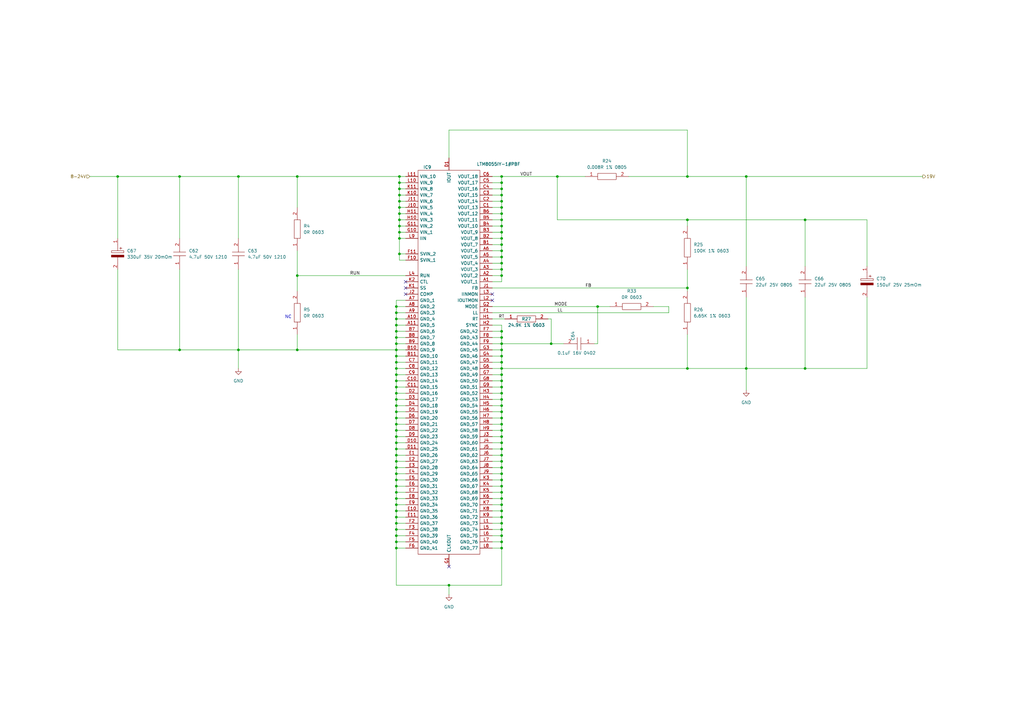
<source format=kicad_sch>
(kicad_sch (version 20231120) (generator "eeschema") (generator_version "8.0")
  (paper "A3")
  (lib_symbols
    (symbol "global_lib:GRM155R71C104KA88D" (pin_names (offset 0.762))
      (property "Reference" "C" (at 8.89 6.35 0))
      (property "Value" "GRM155R71C104KA88D" (at 8.89 3.81 0))
      (symbol "GRM155R71C104KA88D_0_0"
        (pin passive line (at 0 0 0) (length 5.08) (name "~") (number "1"))
        (pin passive line (at 12.7 0 180) (length 5.08) (name "~") (number "2"))
      )
      (symbol "GRM155R71C104KA88D_0_1"
        (polyline (pts (xy 5.08 0) (xy 5.588 0)) (stroke (width 0.1524)))
        (polyline (pts (xy 5.588 2.54) (xy 5.588 -2.54)) (stroke (width 0.1524)))
        (polyline (pts (xy 7.112 0) (xy 7.62 0)) (stroke (width 0.1524)))
        (polyline (pts (xy 7.112 2.54) (xy 7.112 -2.54)) (stroke (width 0.1524)))
      )
    )
    (symbol "my_cap:150uF 25V 25mOm" (pin_names (offset 0.762))
      (property "Reference" "C" (at 8.89 6.35 0))
      (property "Value" "150uF 25V 25mOm" (at 8.89 3.81 0))
      (symbol "150uF 25V 25mOm_0_0"
        (pin passive line (at 0 0 0) (length 2.54) (name "~") (number "1"))
        (pin passive line (at 12.7 0 180) (length 2.54) (name "~") (number "2"))
      )
      (symbol "150uF 25V 25mOm_0_1"
        (polyline (pts (xy 2.54 0) (xy 5.08 0)) (stroke (width 0.1524)))
        (polyline (pts (xy 4.064 1.778) (xy 4.064 0.762)) (stroke (width 0.1524)))
        (polyline (pts (xy 4.572 1.27) (xy 3.556 1.27)) (stroke (width 0.1524)))
        (polyline (pts (xy 7.62 0) (xy 10.16 0)) (stroke (width 0.1524)))
        (polyline (pts (xy 5.08 2.54) (xy 5.08 -2.54) (xy 5.842 -2.54) (xy 5.842 2.54) (xy 5.08 2.54)) (stroke (width 0.1524)))
        (polyline (pts (xy 7.62 2.54) (xy 7.62 -2.54) (xy 6.858 -2.54) (xy 6.858 2.54) (xy 7.62 2.54)) (stroke (width 0.254)) (fill (type outline)))
      )
    )
    (symbol "my_cap:22uF 25V 0805" (pin_names (offset 0.762))
      (property "Reference" "C" (at 8.89 6.35 0))
      (property "Value" "22uF 25V 0805" (at 8.89 3.81 0))
      (symbol "22uF 25V 0805_0_0"
        (pin passive line (at 0 0 0) (length 5.08) (name "~") (number "1"))
        (pin passive line (at 12.7 0 180) (length 5.08) (name "~") (number "2"))
      )
      (symbol "22uF 25V 0805_0_1"
        (polyline (pts (xy 5.08 0) (xy 5.588 0)) (stroke (width 0.1524)))
        (polyline (pts (xy 5.588 2.54) (xy 5.588 -2.54)) (stroke (width 0.1524)))
        (polyline (pts (xy 7.112 0) (xy 7.62 0)) (stroke (width 0.1524)))
        (polyline (pts (xy 7.112 2.54) (xy 7.112 -2.54)) (stroke (width 0.1524)))
      )
    )
    (symbol "my_cap:330uF 35V 20mOm" (pin_names (offset 0.762))
      (property "Reference" "C" (at 8.89 6.35 0))
      (property "Value" "330uF 35V 20mOm" (at 8.89 3.81 0))
      (symbol "330uF 35V 20mOm_0_0"
        (pin passive line (at 0 0 0) (length 2.54) (name "~") (number "1"))
        (pin passive line (at 12.7 0 180) (length 2.54) (name "~") (number "2"))
      )
      (symbol "330uF 35V 20mOm_0_1"
        (polyline (pts (xy 2.54 0) (xy 5.08 0)) (stroke (width 0.1524)))
        (polyline (pts (xy 4.064 1.778) (xy 4.064 0.762)) (stroke (width 0.1524)))
        (polyline (pts (xy 4.572 1.27) (xy 3.556 1.27)) (stroke (width 0.1524)))
        (polyline (pts (xy 7.62 0) (xy 10.16 0)) (stroke (width 0.1524)))
        (polyline (pts (xy 5.08 2.54) (xy 5.08 -2.54) (xy 5.842 -2.54) (xy 5.842 2.54) (xy 5.08 2.54)) (stroke (width 0.1524)))
        (polyline (pts (xy 7.62 2.54) (xy 7.62 -2.54) (xy 6.858 -2.54) (xy 6.858 2.54) (xy 7.62 2.54)) (stroke (width 0.254)) (fill (type outline)))
      )
    )
    (symbol "my_cap:4.7uF 50V 1210" (pin_names (offset 0.762))
      (property "Reference" "C" (at 8.89 6.35 0))
      (property "Value" "4.7uF 50V 1210" (at 8.89 3.81 0))
      (symbol "4.7uF 50V 1210_0_0"
        (pin passive line (at 0 0 0) (length 5.08) (name "~") (number "1"))
        (pin passive line (at 12.7 0 180) (length 5.08) (name "~") (number "2"))
      )
      (symbol "4.7uF 50V 1210_0_1"
        (polyline (pts (xy 5.08 0) (xy 5.588 0)) (stroke (width 0.1524)))
        (polyline (pts (xy 5.588 2.54) (xy 5.588 -2.54)) (stroke (width 0.1524)))
        (polyline (pts (xy 7.112 0) (xy 7.62 0)) (stroke (width 0.1524)))
        (polyline (pts (xy 7.112 2.54) (xy 7.112 -2.54)) (stroke (width 0.1524)))
      )
    )
    (symbol "my_cur_sens:0.008R 1% 0805" (pin_names (offset 0.762))
      (property "Reference" "R" (at 13.97 6.35 0))
      (property "Value" "0.008R 1% 0805" (at 13.97 3.81 0))
      (symbol "0.008R 1% 0805_0_0"
        (pin passive line (at 0 0 0) (length 5.08) (name "~") (number "1"))
        (pin passive line (at 17.78 0 180) (length 5.08) (name "~") (number "2"))
      )
      (symbol "0.008R 1% 0805_0_1"
        (polyline (pts (xy 5.08 1.27) (xy 12.7 1.27) (xy 12.7 -1.27) (xy 5.08 -1.27) (xy 5.08 1.27)) (stroke (width 0.1524)))
      )
    )
    (symbol "my_res:0R 0603" (pin_names (offset 0.762))
      (property "Reference" "R" (at 13.97 6.35 0))
      (property "Value" "0R 0603" (at 13.97 3.81 0))
      (symbol "0R 0603_0_0"
        (pin passive line (at 0 0 0) (length 5.08) (name "~") (number "1"))
        (pin passive line (at 17.78 0 180) (length 5.08) (name "~") (number "2"))
      )
      (symbol "0R 0603_0_1"
        (polyline (pts (xy 5.08 1.27) (xy 12.7 1.27) (xy 12.7 -1.27) (xy 5.08 -1.27) (xy 5.08 1.27)) (stroke (width 0.1524)))
      )
    )
    (symbol "my_res:100K 1% 0603" (pin_names (offset 0.762))
      (property "Reference" "R" (at 13.97 6.35 0))
      (property "Value" "100K 1% 0603" (at 13.97 3.81 0))
      (symbol "100K 1% 0603_0_0"
        (pin passive line (at 0 0 0) (length 5.08) (name "~") (number "1"))
        (pin passive line (at 17.78 0 180) (length 5.08) (name "~") (number "2"))
      )
      (symbol "100K 1% 0603_0_1"
        (polyline (pts (xy 5.08 1.27) (xy 12.7 1.27) (xy 12.7 -1.27) (xy 5.08 -1.27) (xy 5.08 1.27)) (stroke (width 0.1524)))
      )
    )
    (symbol "my_res:24.9K 1% 0603" (pin_names (offset 0.762))
      (property "Reference" "R" (at 13.97 6.35 0))
      (property "Value" "24.9K 1% 0603" (at 13.97 3.81 0))
      (symbol "24.9K 1% 0603_0_0"
        (pin passive line (at 0 0 0) (length 5.08) (name "~") (number "1"))
        (pin passive line (at 17.78 0 180) (length 5.08) (name "~") (number "2"))
      )
      (symbol "24.9K 1% 0603_0_1"
        (polyline (pts (xy 5.08 1.27) (xy 12.7 1.27) (xy 12.7 -1.27) (xy 5.08 -1.27) (xy 5.08 1.27)) (stroke (width 0.1524)))
      )
    )
    (symbol "my_res:6.65K 1% 0603" (pin_names (offset 0.762))
      (property "Reference" "R" (at 13.97 6.35 0))
      (property "Value" "6.65K 1% 0603" (at 13.97 3.81 0))
      (symbol "6.65K 1% 0603_0_0"
        (pin passive line (at 0 0 0) (length 5.08) (name "~") (number "1"))
        (pin passive line (at 17.78 0 180) (length 5.08) (name "~") (number "2"))
      )
      (symbol "6.65K 1% 0603_0_1"
        (polyline (pts (xy 5.08 1.27) (xy 12.7 1.27) (xy 12.7 -1.27) (xy 5.08 -1.27) (xy 5.08 1.27)) (stroke (width 0.1524)))
      )
    )
    (symbol "my_step_up_down:LTM8055IY-1#PBF" (pin_names (offset 0.762))
      (property "Reference" "IC" (at 31.75 7.62 0))
      (property "Value" "LTM8055IY-1#PBF" (at 31.75 5.08 0))
      (symbol "LTM8055IY-1#PBF_0_0"
        (pin passive line (at 35.56 -43.18 180) (length 5.08) (name "VOUT_1") (number "A1"))
        (pin passive line (at 0 -58.42 0) (length 5.08) (name "GND_4") (number "A10"))
        (pin passive line (at 0 -60.96 0) (length 5.08) (name "GND_5") (number "A11"))
        (pin passive line (at 35.56 -40.64 180) (length 5.08) (name "VOUT_2") (number "A2"))
        (pin passive line (at 35.56 -38.1 180) (length 5.08) (name "VOUT_3") (number "A3"))
        (pin passive line (at 35.56 -35.56 180) (length 5.08) (name "VOUT_4") (number "A4"))
        (pin passive line (at 35.56 -33.02 180) (length 5.08) (name "VOUT_5") (number "A5"))
        (pin passive line (at 35.56 -30.48 180) (length 5.08) (name "VOUT_6") (number "A6"))
        (pin passive line (at 0 -50.8 0) (length 5.08) (name "GND_1") (number "A7"))
        (pin passive line (at 0 -53.34 0) (length 5.08) (name "GND_2") (number "A8"))
        (pin passive line (at 0 -55.88 0) (length 5.08) (name "GND_3") (number "A9"))
        (pin passive line (at 35.56 -27.94 180) (length 5.08) (name "VOUT_7") (number "B1"))
        (pin passive line (at 0 -71.12 0) (length 5.08) (name "GND_9") (number "B10"))
        (pin passive line (at 0 -73.66 0) (length 5.08) (name "GND_10") (number "B11"))
        (pin passive line (at 35.56 -25.4 180) (length 5.08) (name "VOUT_8") (number "B2"))
        (pin passive line (at 35.56 -22.86 180) (length 5.08) (name "VOUT_9") (number "B3"))
        (pin passive line (at 35.56 -20.32 180) (length 5.08) (name "VOUT_10") (number "B4"))
        (pin passive line (at 35.56 -17.78 180) (length 5.08) (name "VOUT_11") (number "B5"))
        (pin passive line (at 35.56 -15.24 180) (length 5.08) (name "VOUT_12") (number "B6"))
        (pin passive line (at 0 -63.5 0) (length 5.08) (name "GND_6") (number "B7"))
        (pin passive line (at 0 -66.04 0) (length 5.08) (name "GND_7") (number "B8"))
        (pin passive line (at 0 -68.58 0) (length 5.08) (name "GND_8") (number "B9"))
        (pin passive line (at 35.56 -12.7 180) (length 5.08) (name "VOUT_13") (number "C1"))
        (pin passive line (at 0 -83.82 0) (length 5.08) (name "GND_14") (number "C10"))
        (pin passive line (at 0 -86.36 0) (length 5.08) (name "GND_15") (number "C11"))
        (pin passive line (at 35.56 -10.16 180) (length 5.08) (name "VOUT_14") (number "C2"))
        (pin passive line (at 35.56 -7.62 180) (length 5.08) (name "VOUT_15") (number "C3"))
        (pin passive line (at 35.56 -5.08 180) (length 5.08) (name "VOUT_16") (number "C4"))
        (pin passive line (at 35.56 -2.54 180) (length 5.08) (name "VOUT_17") (number "C5"))
        (pin passive line (at 35.56 0 180) (length 5.08) (name "VOUT_18") (number "C6"))
        (pin passive line (at 0 -76.2 0) (length 5.08) (name "GND_11") (number "C7"))
        (pin passive line (at 0 -78.74 0) (length 5.08) (name "GND_12") (number "C8"))
        (pin passive line (at 0 -81.28 0) (length 5.08) (name "GND_13") (number "C9"))
        (pin passive line (at 17.78 7.62 270) (length 5.08) (name "IOUT") (number "D1"))
        (pin passive line (at 0 -109.22 0) (length 5.08) (name "GND_24") (number "D10"))
        (pin passive line (at 0 -111.76 0) (length 5.08) (name "GND_25") (number "D11"))
        (pin passive line (at 0 -88.9 0) (length 5.08) (name "GND_16") (number "D2"))
        (pin passive line (at 0 -91.44 0) (length 5.08) (name "GND_17") (number "D3"))
        (pin passive line (at 0 -93.98 0) (length 5.08) (name "GND_18") (number "D4"))
        (pin passive line (at 0 -96.52 0) (length 5.08) (name "GND_19") (number "D5"))
        (pin passive line (at 0 -99.06 0) (length 5.08) (name "GND_20") (number "D6"))
        (pin passive line (at 0 -101.6 0) (length 5.08) (name "GND_21") (number "D7"))
        (pin passive line (at 0 -104.14 0) (length 5.08) (name "GND_22") (number "D8"))
        (pin passive line (at 0 -106.68 0) (length 5.08) (name "GND_23") (number "D9"))
        (pin passive line (at 0 -114.3 0) (length 5.08) (name "GND_26") (number "E1"))
        (pin passive line (at 0 -137.16 0) (length 5.08) (name "GND_35") (number "E10"))
        (pin passive line (at 0 -139.7 0) (length 5.08) (name "GND_36") (number "E11"))
        (pin passive line (at 0 -116.84 0) (length 5.08) (name "GND_27") (number "E2"))
        (pin passive line (at 0 -119.38 0) (length 5.08) (name "GND_28") (number "E3"))
        (pin passive line (at 0 -121.92 0) (length 5.08) (name "GND_29") (number "E4"))
        (pin passive line (at 0 -124.46 0) (length 5.08) (name "GND_30") (number "E5"))
        (pin passive line (at 0 -127 0) (length 5.08) (name "GND_31") (number "E6"))
        (pin passive line (at 0 -129.54 0) (length 5.08) (name "GND_32") (number "E7"))
        (pin passive line (at 0 -132.08 0) (length 5.08) (name "GND_33") (number "E8"))
        (pin passive line (at 0 -134.62 0) (length 5.08) (name "GND_34") (number "E9"))
        (pin passive line (at 35.56 -55.88 180) (length 5.08) (name "LL") (number "F1"))
        (pin passive line (at 0 -34.29 0) (length 5.08) (name "SVIN_1") (number "F10"))
        (pin passive line (at 0 -31.75 0) (length 5.08) (name "SVIN_2") (number "F11"))
        (pin passive line (at 0 -142.24 0) (length 5.08) (name "GND_37") (number "F2"))
        (pin passive line (at 0 -144.78 0) (length 5.08) (name "GND_38") (number "F3"))
        (pin passive line (at 0 -147.32 0) (length 5.08) (name "GND_39") (number "F4"))
        (pin passive line (at 0 -149.86 0) (length 5.08) (name "GND_40") (number "F5"))
        (pin passive line (at 0 -152.4 0) (length 5.08) (name "GND_41") (number "F6"))
        (pin passive line (at 35.56 -63.5 180) (length 5.08) (name "GND_42") (number "F7"))
        (pin passive line (at 35.56 -66.04 180) (length 5.08) (name "GND_43") (number "F8"))
        (pin passive line (at 35.56 -68.58 180) (length 5.08) (name "GND_44") (number "F9"))
        (pin passive line (at 17.78 -160.02 90) (length 5.08) (name "CLKOUT") (number "G1"))
        (pin passive line (at 0 -22.86 0) (length 5.08) (name "VIN_1") (number "G10"))
        (pin passive line (at 0 -20.32 0) (length 5.08) (name "VIN_2") (number "G11"))
        (pin passive line (at 35.56 -53.34 180) (length 5.08) (name "MODE") (number "G2"))
        (pin passive line (at 35.56 -71.12 180) (length 5.08) (name "GND_45") (number "G3"))
        (pin passive line (at 35.56 -73.66 180) (length 5.08) (name "GND_46") (number "G4"))
        (pin passive line (at 35.56 -76.2 180) (length 5.08) (name "GND_47") (number "G5"))
        (pin passive line (at 35.56 -78.74 180) (length 5.08) (name "GND_48") (number "G6"))
        (pin passive line (at 35.56 -81.28 180) (length 5.08) (name "GND_49") (number "G7"))
        (pin passive line (at 35.56 -83.82 180) (length 5.08) (name "GND_50") (number "G8"))
        (pin passive line (at 35.56 -86.36 180) (length 5.08) (name "GND_51") (number "G9"))
        (pin passive line (at 35.56 -58.42 180) (length 5.08) (name "RT") (number "H1"))
        (pin passive line (at 0 -17.78 0) (length 5.08) (name "VIN_3") (number "H10"))
        (pin passive line (at 0 -15.24 0) (length 5.08) (name "VIN_4") (number "H11"))
        (pin passive line (at 35.56 -60.96 180) (length 5.08) (name "SYNC") (number "H2"))
        (pin passive line (at 35.56 -88.9 180) (length 5.08) (name "GND_52") (number "H3"))
        (pin passive line (at 35.56 -91.44 180) (length 5.08) (name "GND_53") (number "H4"))
        (pin passive line (at 35.56 -93.98 180) (length 5.08) (name "GND_54") (number "H5"))
        (pin passive line (at 35.56 -96.52 180) (length 5.08) (name "GND_55") (number "H6"))
        (pin passive line (at 35.56 -99.06 180) (length 5.08) (name "GND_56") (number "H7"))
        (pin passive line (at 35.56 -101.6 180) (length 5.08) (name "GND_57") (number "H8"))
        (pin passive line (at 35.56 -104.14 180) (length 5.08) (name "GND_58") (number "H9"))
        (pin passive line (at 35.56 -45.72 180) (length 5.08) (name "FB") (number "J1"))
        (pin passive line (at 0 -12.7 0) (length 5.08) (name "VIN_5") (number "J10"))
        (pin passive line (at 0 -10.16 0) (length 5.08) (name "VIN_6") (number "J11"))
        (pin passive line (at 0 -48.26 0) (length 5.08) (name "COMP") (number "J2"))
        (pin passive line (at 35.56 -106.68 180) (length 5.08) (name "GND_59") (number "J3"))
        (pin passive line (at 35.56 -109.22 180) (length 5.08) (name "GND_60") (number "J4"))
        (pin passive line (at 35.56 -111.76 180) (length 5.08) (name "GND_61") (number "J5"))
        (pin passive line (at 35.56 -114.3 180) (length 5.08) (name "GND_62") (number "J6"))
        (pin passive line (at 35.56 -116.84 180) (length 5.08) (name "GND_63") (number "J7"))
        (pin passive line (at 35.56 -119.38 180) (length 5.08) (name "GND_64") (number "J8"))
        (pin passive line (at 35.56 -121.92 180) (length 5.08) (name "GND_65") (number "J9"))
        (pin passive line (at 0 -45.72 0) (length 5.08) (name "SS") (number "K1"))
        (pin passive line (at 0 -7.62 0) (length 5.08) (name "VIN_7") (number "K10"))
        (pin passive line (at 0 -5.08 0) (length 5.08) (name "VIN_8") (number "K11"))
        (pin passive line (at 0 -43.18 0) (length 5.08) (name "CTL") (number "K2"))
        (pin passive line (at 35.56 -124.46 180) (length 5.08) (name "GND_66") (number "K3"))
        (pin passive line (at 35.56 -127 180) (length 5.08) (name "GND_67") (number "K4"))
        (pin passive line (at 35.56 -129.54 180) (length 5.08) (name "GND_68") (number "K5"))
        (pin passive line (at 35.56 -132.08 180) (length 5.08) (name "GND_69") (number "K6"))
        (pin passive line (at 35.56 -134.62 180) (length 5.08) (name "GND_70") (number "K7"))
        (pin passive line (at 35.56 -137.16 180) (length 5.08) (name "GND_71") (number "K8"))
        (pin passive line (at 35.56 -139.7 180) (length 5.08) (name "GND_72") (number "K9"))
        (pin passive line (at 35.56 -142.24 180) (length 5.08) (name "GND_73") (number "L1"))
        (pin passive line (at 0 -2.54 0) (length 5.08) (name "VIN_9") (number "L10"))
        (pin passive line (at 0 0 0) (length 5.08) (name "VIN_10") (number "L11"))
        (pin passive line (at 35.56 -50.8 180) (length 5.08) (name "IOUTMON") (number "L2"))
        (pin passive line (at 35.56 -48.26 180) (length 5.08) (name "IINMON") (number "L3"))
        (pin passive line (at 0 -40.64 0) (length 5.08) (name "RUN") (number "L4"))
        (pin passive line (at 35.56 -144.78 180) (length 5.08) (name "GND_74") (number "L5"))
        (pin passive line (at 35.56 -147.32 180) (length 5.08) (name "GND_75") (number "L6"))
        (pin passive line (at 35.56 -149.86 180) (length 5.08) (name "GND_76") (number "L7"))
        (pin passive line (at 35.56 -152.4 180) (length 5.08) (name "GND_77") (number "L8"))
        (pin passive line (at 0 -25.4 0) (length 5.08) (name "IIN") (number "L9"))
      )
      (symbol "LTM8055IY-1#PBF_0_1"
        (polyline (pts (xy 5.08 2.54) (xy 30.48 2.54) (xy 30.48 -154.94) (xy 5.08 -154.94) (xy 5.08 2.54)) (stroke (width 0.1524)))
      )
    )
    (symbol "power:GND" (power) (pin_names (offset 0))
      (property "Value" "GND" (at 0 -3.81 0))
      (symbol "GND_0_1"
        (polyline (pts (xy 0 0) (xy 0 -1.27) (xy 1.27 -1.27) (xy 0 -2.54) (xy -1.27 -1.27) (xy 0 -1.27)))
      )
      (symbol "GND_1_1"
        (pin power_in line (at 0 0 270) (length 0) hide (name "GND") (number "1"))
      )
    )
  )
  (junction (at 205.74 219.71))
  (junction (at 281.94 118.11))
  (junction (at 184.15 240.03))
  (junction (at 163.83 97.79))
  (junction (at 162.56 189.23))
  (junction (at 205.74 135.89))
  (junction (at 226.06 140.97))
  (junction (at 205.74 222.25))
  (junction (at 205.74 166.37))
  (junction (at 162.56 176.53))
  (junction (at 163.83 90.17))
  (junction (at 121.92 113.03))
  (junction (at 162.56 135.89))
  (junction (at 205.74 140.97))
  (junction (at 163.83 104.14))
  (junction (at 163.83 72.39))
  (junction (at 205.74 146.05))
  (junction (at 205.74 186.69))
  (junction (at 162.56 151.13))
  (junction (at 205.74 204.47))
  (junction (at 162.56 153.67))
  (junction (at 330.2 90.17))
  (junction (at 205.74 110.49))
  (junction (at 48.26 72.39))
  (junction (at 121.92 72.39))
  (junction (at 205.74 92.71))
  (junction (at 205.74 191.77))
  (junction (at 205.74 161.29))
  (junction (at 205.74 85.09))
  (junction (at 162.56 140.97))
  (junction (at 162.56 204.47))
  (junction (at 162.56 184.15))
  (junction (at 205.74 214.63))
  (junction (at 205.74 194.31))
  (junction (at 205.74 87.63))
  (junction (at 163.83 87.63))
  (junction (at 121.92 143.51))
  (junction (at 162.56 143.51))
  (junction (at 162.56 148.59))
  (junction (at 205.74 168.91))
  (junction (at 205.74 189.23))
  (junction (at 162.56 224.79))
  (junction (at 163.83 85.09))
  (junction (at 281.94 72.39))
  (junction (at 162.56 158.75))
  (junction (at 163.83 80.01))
  (junction (at 205.74 100.33))
  (junction (at 162.56 166.37))
  (junction (at 205.74 196.85))
  (junction (at 205.74 201.93))
  (junction (at 162.56 222.25))
  (junction (at 162.56 191.77))
  (junction (at 205.74 171.45))
  (junction (at 73.66 72.39))
  (junction (at 205.74 80.01))
  (junction (at 162.56 194.31))
  (junction (at 205.74 184.15))
  (junction (at 306.07 151.13))
  (junction (at 205.74 107.95))
  (junction (at 205.74 148.59))
  (junction (at 205.74 176.53))
  (junction (at 281.94 151.13))
  (junction (at 205.74 143.51))
  (junction (at 162.56 125.73))
  (junction (at 162.56 128.27))
  (junction (at 205.74 102.87))
  (junction (at 205.74 173.99))
  (junction (at 97.79 72.39))
  (junction (at 205.74 95.25))
  (junction (at 162.56 173.99))
  (junction (at 205.74 151.13))
  (junction (at 97.79 143.51))
  (junction (at 205.74 179.07))
  (junction (at 162.56 201.93))
  (junction (at 281.94 90.17))
  (junction (at 163.83 92.71))
  (junction (at 162.56 171.45))
  (junction (at 73.66 143.51))
  (junction (at 205.74 138.43))
  (junction (at 228.6 72.39))
  (junction (at 205.74 209.55))
  (junction (at 205.74 90.17))
  (junction (at 162.56 199.39))
  (junction (at 330.2 151.13))
  (junction (at 205.74 156.21))
  (junction (at 163.83 95.25))
  (junction (at 205.74 97.79))
  (junction (at 205.74 217.17))
  (junction (at 205.74 158.75))
  (junction (at 162.56 212.09))
  (junction (at 205.74 163.83))
  (junction (at 162.56 168.91))
  (junction (at 245.11 125.73))
  (junction (at 162.56 130.81))
  (junction (at 162.56 179.07))
  (junction (at 205.74 224.79))
  (junction (at 205.74 181.61))
  (junction (at 163.83 74.93))
  (junction (at 162.56 156.21))
  (junction (at 162.56 219.71))
  (junction (at 205.74 105.41))
  (junction (at 163.83 82.55))
  (junction (at 205.74 82.55))
  (junction (at 162.56 217.17))
  (junction (at 162.56 163.83))
  (junction (at 205.74 72.39))
  (junction (at 205.74 77.47))
  (junction (at 162.56 209.55))
  (junction (at 205.74 153.67))
  (junction (at 162.56 133.35))
  (junction (at 205.74 74.93))
  (junction (at 163.83 77.47))
  (junction (at 162.56 161.29))
  (junction (at 162.56 207.01))
  (junction (at 162.56 138.43))
  (junction (at 162.56 196.85))
  (junction (at 205.74 199.39))
  (junction (at 162.56 181.61))
  (junction (at 205.74 212.09))
  (junction (at 205.74 207.01))
  (junction (at 306.07 72.39))
  (junction (at 162.56 146.05))
  (junction (at 162.56 186.69))
  (junction (at 162.56 214.63))
  (junction (at 205.74 113.03))
  (no_connect (at 166.37 115.57))
  (no_connect (at 184.15 232.41))
  (no_connect (at 166.37 118.11))
  (no_connect (at 201.93 120.65))
  (no_connect (at 201.93 123.19))
  (no_connect (at 166.37 120.65))
  (wire (pts (xy 201.93 105.41) (xy 205.74 105.41)))
  (wire (pts (xy 162.56 176.53) (xy 162.56 179.07)))
  (wire (pts (xy 201.93 100.33) (xy 205.74 100.33)))
  (wire (pts (xy 306.07 121.92) (xy 306.07 151.13)))
  (wire (pts (xy 205.74 74.93) (xy 205.74 77.47)))
  (wire (pts (xy 306.07 109.22) (xy 306.07 72.39)))
  (wire (pts (xy 163.83 80.01) (xy 163.83 77.47)))
  (wire (pts (xy 121.92 72.39) (xy 163.83 72.39)))
  (wire (pts (xy 162.56 204.47) (xy 162.56 207.01)))
  (wire (pts (xy 162.56 143.51) (xy 162.56 146.05)))
  (wire (pts (xy 162.56 219.71) (xy 162.56 222.25)))
  (wire (pts (xy 162.56 212.09) (xy 166.37 212.09)))
  (wire (pts (xy 162.56 133.35) (xy 166.37 133.35)))
  (wire (pts (xy 205.74 173.99) (xy 205.74 176.53)))
  (wire (pts (xy 205.74 133.35) (xy 205.74 135.89)))
  (wire (pts (xy 205.74 115.57) (xy 201.93 115.57)))
  (wire (pts (xy 205.74 156.21) (xy 205.74 158.75)))
  (wire (pts (xy 201.93 72.39) (xy 205.74 72.39)))
  (wire (pts (xy 267.97 125.73) (xy 274.32 125.73)))
  (wire (pts (xy 162.56 209.55) (xy 162.56 212.09)))
  (wire (pts (xy 162.56 184.15) (xy 162.56 186.69)))
  (wire (pts (xy 228.6 90.17) (xy 281.94 90.17)))
  (wire (pts (xy 205.74 100.33) (xy 205.74 102.87)))
  (wire (pts (xy 166.37 97.79) (xy 163.83 97.79)))
  (wire (pts (xy 163.83 82.55) (xy 163.83 80.01)))
  (wire (pts (xy 163.83 92.71) (xy 163.83 95.25)))
  (wire (pts (xy 201.93 74.93) (xy 205.74 74.93)))
  (wire (pts (xy 281.94 118.11) (xy 281.94 119.38)))
  (wire (pts (xy 162.56 240.03) (xy 184.15 240.03)))
  (wire (pts (xy 201.93 156.21) (xy 205.74 156.21)))
  (wire (pts (xy 250.19 125.73) (xy 245.11 125.73)))
  (wire (pts (xy 205.74 153.67) (xy 205.74 156.21)))
  (wire (pts (xy 201.93 191.77) (xy 205.74 191.77)))
  (wire (pts (xy 184.15 240.03) (xy 205.74 240.03)))
  (wire (pts (xy 162.56 181.61) (xy 166.37 181.61)))
  (wire (pts (xy 201.93 217.17) (xy 205.74 217.17)))
  (wire (pts (xy 201.93 194.31) (xy 205.74 194.31)))
  (wire (pts (xy 162.56 171.45) (xy 162.56 173.99)))
  (wire (pts (xy 205.74 72.39) (xy 205.74 74.93)))
  (wire (pts (xy 281.94 90.17) (xy 281.94 92.71)))
  (wire (pts (xy 281.94 72.39) (xy 281.94 53.34)))
  (wire (pts (xy 162.56 179.07) (xy 166.37 179.07)))
  (wire (pts (xy 201.93 95.25) (xy 205.74 95.25)))
  (wire (pts (xy 205.74 140.97) (xy 226.06 140.97)))
  (wire (pts (xy 330.2 121.92) (xy 330.2 151.13)))
  (wire (pts (xy 205.74 151.13) (xy 205.74 153.67)))
  (wire (pts (xy 162.56 125.73) (xy 166.37 125.73)))
  (wire (pts (xy 162.56 171.45) (xy 166.37 171.45)))
  (wire (pts (xy 205.74 179.07) (xy 205.74 181.61)))
  (wire (pts (xy 243.84 140.97) (xy 245.11 140.97)))
  (wire (pts (xy 162.56 140.97) (xy 166.37 140.97)))
  (wire (pts (xy 205.74 240.03) (xy 205.74 224.79)))
  (wire (pts (xy 162.56 138.43) (xy 162.56 140.97)))
  (wire (pts (xy 162.56 189.23) (xy 166.37 189.23)))
  (wire (pts (xy 201.93 87.63) (xy 205.74 87.63)))
  (wire (pts (xy 205.74 181.61) (xy 205.74 184.15)))
  (wire (pts (xy 162.56 184.15) (xy 166.37 184.15)))
  (wire (pts (xy 162.56 179.07) (xy 162.56 181.61)))
  (wire (pts (xy 36.83 72.39) (xy 48.26 72.39)))
  (wire (pts (xy 205.74 196.85) (xy 205.74 199.39)))
  (wire (pts (xy 201.93 77.47) (xy 205.74 77.47)))
  (wire (pts (xy 281.94 151.13) (xy 306.07 151.13)))
  (wire (pts (xy 163.83 74.93) (xy 163.83 72.39)))
  (wire (pts (xy 205.74 135.89) (xy 205.74 138.43)))
  (wire (pts (xy 121.92 102.87) (xy 121.92 113.03)))
  (wire (pts (xy 163.83 104.14) (xy 163.83 97.79)))
  (wire (pts (xy 205.74 214.63) (xy 205.74 217.17)))
  (wire (pts (xy 163.83 90.17) (xy 163.83 87.63)))
  (wire (pts (xy 97.79 72.39) (xy 97.79 97.79)))
  (wire (pts (xy 205.74 189.23) (xy 205.74 191.77)))
  (wire (pts (xy 162.56 189.23) (xy 162.56 191.77)))
  (wire (pts (xy 205.74 107.95) (xy 205.74 110.49)))
  (wire (pts (xy 201.93 163.83) (xy 205.74 163.83)))
  (wire (pts (xy 162.56 173.99) (xy 166.37 173.99)))
  (wire (pts (xy 162.56 128.27) (xy 166.37 128.27)))
  (wire (pts (xy 201.93 222.25) (xy 205.74 222.25)))
  (wire (pts (xy 201.93 107.95) (xy 205.74 107.95)))
  (wire (pts (xy 205.74 82.55) (xy 205.74 85.09)))
  (wire (pts (xy 48.26 143.51) (xy 73.66 143.51)))
  (wire (pts (xy 163.83 82.55) (xy 166.37 82.55)))
  (wire (pts (xy 162.56 138.43) (xy 166.37 138.43)))
  (wire (pts (xy 205.74 201.93) (xy 205.74 204.47)))
  (wire (pts (xy 162.56 146.05) (xy 162.56 148.59)))
  (wire (pts (xy 306.07 151.13) (xy 306.07 160.02)))
  (wire (pts (xy 73.66 72.39) (xy 97.79 72.39)))
  (wire (pts (xy 205.74 110.49) (xy 205.74 113.03)))
  (wire (pts (xy 201.93 92.71) (xy 205.74 92.71)))
  (wire (pts (xy 162.56 151.13) (xy 162.56 153.67)))
  (wire (pts (xy 281.94 151.13) (xy 205.74 151.13)))
  (wire (pts (xy 245.11 125.73) (xy 245.11 140.97)))
  (wire (pts (xy 162.56 151.13) (xy 166.37 151.13)))
  (wire (pts (xy 281.94 137.16) (xy 281.94 151.13)))
  (wire (pts (xy 201.93 90.17) (xy 205.74 90.17)))
  (wire (pts (xy 201.93 110.49) (xy 205.74 110.49)))
  (wire (pts (xy 205.74 191.77) (xy 205.74 194.31)))
  (wire (pts (xy 121.92 85.09) (xy 121.92 72.39)))
  (wire (pts (xy 205.74 212.09) (xy 205.74 214.63)))
  (wire (pts (xy 166.37 90.17) (xy 163.83 90.17)))
  (wire (pts (xy 205.74 163.83) (xy 205.74 166.37)))
  (wire (pts (xy 205.74 77.47) (xy 205.74 80.01)))
  (wire (pts (xy 73.66 143.51) (xy 97.79 143.51)))
  (wire (pts (xy 162.56 153.67) (xy 166.37 153.67)))
  (wire (pts (xy 162.56 191.77) (xy 166.37 191.77)))
  (wire (pts (xy 355.6 90.17) (xy 330.2 90.17)))
  (wire (pts (xy 205.74 92.71) (xy 205.74 95.25)))
  (wire (pts (xy 162.56 194.31) (xy 166.37 194.31)))
  (wire (pts (xy 205.74 87.63) (xy 205.74 90.17)))
  (wire (pts (xy 162.56 125.73) (xy 162.56 128.27)))
  (wire (pts (xy 205.74 176.53) (xy 205.74 179.07)))
  (wire (pts (xy 163.83 80.01) (xy 166.37 80.01)))
  (wire (pts (xy 162.56 156.21) (xy 162.56 158.75)))
  (wire (pts (xy 48.26 72.39) (xy 73.66 72.39)))
  (wire (pts (xy 281.94 53.34) (xy 184.15 53.34)))
  (wire (pts (xy 205.74 113.03) (xy 205.74 115.57)))
  (wire (pts (xy 121.92 137.16) (xy 121.92 143.51)))
  (wire (pts (xy 201.93 130.81) (xy 207.01 130.81)))
  (wire (pts (xy 201.93 219.71) (xy 205.74 219.71)))
  (wire (pts (xy 205.74 168.91) (xy 205.74 171.45)))
  (wire (pts (xy 162.56 212.09) (xy 162.56 214.63)))
  (wire (pts (xy 163.83 74.93) (xy 166.37 74.93)))
  (wire (pts (xy 226.06 140.97) (xy 231.14 140.97)))
  (wire (pts (xy 166.37 113.03) (xy 121.92 113.03)))
  (wire (pts (xy 162.56 168.91) (xy 166.37 168.91)))
  (wire (pts (xy 166.37 92.71) (xy 163.83 92.71)))
  (wire (pts (xy 121.92 113.03) (xy 121.92 119.38)))
  (wire (pts (xy 162.56 209.55) (xy 166.37 209.55)))
  (wire (pts (xy 228.6 72.39) (xy 228.6 90.17)))
  (wire (pts (xy 205.74 224.79) (xy 201.93 224.79)))
  (wire (pts (xy 201.93 168.91) (xy 205.74 168.91)))
  (wire (pts (xy 162.56 158.75) (xy 162.56 161.29)))
  (wire (pts (xy 162.56 201.93) (xy 162.56 204.47)))
  (wire (pts (xy 205.74 105.41) (xy 205.74 107.95)))
  (wire (pts (xy 162.56 181.61) (xy 162.56 184.15)))
  (wire (pts (xy 201.93 201.93) (xy 205.74 201.93)))
  (wire (pts (xy 355.6 109.22) (xy 355.6 90.17)))
  (wire (pts (xy 201.93 118.11) (xy 281.94 118.11)))
  (wire (pts (xy 163.83 85.09) (xy 163.83 82.55)))
  (wire (pts (xy 205.74 143.51) (xy 205.74 146.05)))
  (wire (pts (xy 97.79 110.49) (xy 97.79 143.51)))
  (wire (pts (xy 201.93 85.09) (xy 205.74 85.09)))
  (wire (pts (xy 281.94 110.49) (xy 281.94 118.11)))
  (wire (pts (xy 201.93 189.23) (xy 205.74 189.23)))
  (wire (pts (xy 162.56 135.89) (xy 162.56 138.43)))
  (wire (pts (xy 162.56 194.31) (xy 162.56 196.85)))
  (wire (pts (xy 162.56 135.89) (xy 166.37 135.89)))
  (wire (pts (xy 205.74 171.45) (xy 205.74 173.99)))
  (wire (pts (xy 162.56 196.85) (xy 162.56 199.39)))
  (wire (pts (xy 162.56 158.75) (xy 166.37 158.75)))
  (wire (pts (xy 205.74 80.01) (xy 205.74 82.55)))
  (wire (pts (xy 205.74 222.25) (xy 205.74 224.79)))
  (wire (pts (xy 205.74 85.09) (xy 205.74 87.63)))
  (wire (pts (xy 201.93 143.51) (xy 205.74 143.51)))
  (wire (pts (xy 162.56 222.25) (xy 162.56 224.79)))
  (wire (pts (xy 162.56 123.19) (xy 162.56 125.73)))
  (wire (pts (xy 205.74 207.01) (xy 205.74 209.55)))
  (wire (pts (xy 205.74 140.97) (xy 205.74 143.51)))
  (wire (pts (xy 201.93 158.75) (xy 205.74 158.75)))
  (wire (pts (xy 205.74 219.71) (xy 205.74 222.25)))
  (wire (pts (xy 201.93 214.63) (xy 205.74 214.63)))
  (wire (pts (xy 162.56 199.39) (xy 162.56 201.93)))
  (wire (pts (xy 274.32 125.73) (xy 274.32 128.27)))
  (wire (pts (xy 162.56 161.29) (xy 166.37 161.29)))
  (wire (pts (xy 205.74 166.37) (xy 205.74 168.91)))
  (wire (pts (xy 205.74 146.05) (xy 205.74 148.59)))
  (wire (pts (xy 205.74 184.15) (xy 205.74 186.69)))
  (wire (pts (xy 201.93 196.85) (xy 205.74 196.85)))
  (wire (pts (xy 162.56 176.53) (xy 166.37 176.53)))
  (wire (pts (xy 163.83 87.63) (xy 163.83 85.09)))
  (wire (pts (xy 201.93 186.69) (xy 205.74 186.69)))
  (wire (pts (xy 281.94 90.17) (xy 330.2 90.17)))
  (wire (pts (xy 355.6 121.92) (xy 355.6 151.13)))
  (wire (pts (xy 274.32 128.27) (xy 201.93 128.27)))
  (wire (pts (xy 201.93 102.87) (xy 205.74 102.87)))
  (wire (pts (xy 201.93 80.01) (xy 205.74 80.01)))
  (wire (pts (xy 162.56 133.35) (xy 162.56 135.89)))
  (wire (pts (xy 162.56 217.17) (xy 162.56 219.71)))
  (wire (pts (xy 48.26 72.39) (xy 48.26 97.79)))
  (wire (pts (xy 163.83 77.47) (xy 166.37 77.47)))
  (wire (pts (xy 205.74 217.17) (xy 205.74 219.71)))
  (wire (pts (xy 201.93 204.47) (xy 205.74 204.47)))
  (wire (pts (xy 201.93 207.01) (xy 205.74 207.01)))
  (wire (pts (xy 201.93 133.35) (xy 205.74 133.35)))
  (wire (pts (xy 205.74 102.87) (xy 205.74 105.41)))
  (wire (pts (xy 97.79 143.51) (xy 97.79 151.13)))
  (wire (pts (xy 162.56 156.21) (xy 166.37 156.21)))
  (wire (pts (xy 205.74 138.43) (xy 205.74 140.97)))
  (wire (pts (xy 201.93 138.43) (xy 205.74 138.43)))
  (wire (pts (xy 201.93 209.55) (xy 205.74 209.55)))
  (wire (pts (xy 162.56 163.83) (xy 166.37 163.83)))
  (wire (pts (xy 306.07 151.13) (xy 330.2 151.13)))
  (wire (pts (xy 163.83 104.14) (xy 163.83 106.68)))
  (wire (pts (xy 201.93 181.61) (xy 205.74 181.61)))
  (wire (pts (xy 201.93 146.05) (xy 205.74 146.05)))
  (wire (pts (xy 162.56 166.37) (xy 166.37 166.37)))
  (wire (pts (xy 162.56 153.67) (xy 162.56 156.21)))
  (wire (pts (xy 201.93 171.45) (xy 205.74 171.45)))
  (wire (pts (xy 163.83 106.68) (xy 166.37 106.68)))
  (wire (pts (xy 257.81 72.39) (xy 281.94 72.39)))
  (wire (pts (xy 201.93 151.13) (xy 205.74 151.13)))
  (wire (pts (xy 228.6 72.39) (xy 240.03 72.39)))
  (wire (pts (xy 184.15 240.03) (xy 184.15 243.84)))
  (wire (pts (xy 184.15 53.34) (xy 184.15 64.77)))
  (wire (pts (xy 162.56 173.99) (xy 162.56 176.53)))
  (wire (pts (xy 201.93 176.53) (xy 205.74 176.53)))
  (wire (pts (xy 201.93 148.59) (xy 205.74 148.59)))
  (wire (pts (xy 205.74 199.39) (xy 205.74 201.93)))
  (wire (pts (xy 205.74 186.69) (xy 205.74 189.23)))
  (wire (pts (xy 48.26 110.49) (xy 48.26 143.51)))
  (wire (pts (xy 205.74 204.47) (xy 205.74 207.01)))
  (wire (pts (xy 162.56 186.69) (xy 162.56 189.23)))
  (wire (pts (xy 162.56 130.81) (xy 166.37 130.81)))
  (wire (pts (xy 97.79 143.51) (xy 121.92 143.51)))
  (wire (pts (xy 201.93 161.29) (xy 205.74 161.29)))
  (wire (pts (xy 205.74 161.29) (xy 205.74 163.83)))
  (wire (pts (xy 162.56 201.93) (xy 166.37 201.93)))
  (wire (pts (xy 201.93 140.97) (xy 205.74 140.97)))
  (wire (pts (xy 201.93 179.07) (xy 205.74 179.07)))
  (wire (pts (xy 201.93 97.79) (xy 205.74 97.79)))
  (wire (pts (xy 162.56 224.79) (xy 166.37 224.79)))
  (wire (pts (xy 162.56 224.79) (xy 162.56 240.03)))
  (wire (pts (xy 166.37 104.14) (xy 163.83 104.14)))
  (wire (pts (xy 73.66 72.39) (xy 73.66 97.79)))
  (wire (pts (xy 201.93 173.99) (xy 205.74 173.99)))
  (wire (pts (xy 201.93 212.09) (xy 205.74 212.09)))
  (wire (pts (xy 97.79 72.39) (xy 121.92 72.39)))
  (wire (pts (xy 162.56 214.63) (xy 162.56 217.17)))
  (wire (pts (xy 205.74 194.31) (xy 205.74 196.85)))
  (wire (pts (xy 355.6 151.13) (xy 330.2 151.13)))
  (wire (pts (xy 205.74 90.17) (xy 205.74 92.71)))
  (wire (pts (xy 162.56 207.01) (xy 166.37 207.01)))
  (wire (pts (xy 163.83 95.25) (xy 163.83 97.79)))
  (wire (pts (xy 163.83 72.39) (xy 166.37 72.39)))
  (wire (pts (xy 162.56 191.77) (xy 162.56 194.31)))
  (wire (pts (xy 162.56 222.25) (xy 166.37 222.25)))
  (wire (pts (xy 205.74 97.79) (xy 205.74 100.33)))
  (wire (pts (xy 162.56 204.47) (xy 166.37 204.47)))
  (wire (pts (xy 330.2 90.17) (xy 330.2 109.22)))
  (wire (pts (xy 162.56 166.37) (xy 162.56 168.91)))
  (wire (pts (xy 306.07 72.39) (xy 378.46 72.39)))
  (wire (pts (xy 205.74 148.59) (xy 205.74 151.13)))
  (wire (pts (xy 73.66 110.49) (xy 73.66 143.51)))
  (wire (pts (xy 166.37 123.19) (xy 162.56 123.19)))
  (wire (pts (xy 226.06 130.81) (xy 226.06 140.97)))
  (wire (pts (xy 162.56 143.51) (xy 166.37 143.51)))
  (wire (pts (xy 205.74 158.75) (xy 205.74 161.29)))
  (wire (pts (xy 162.56 130.81) (xy 162.56 133.35)))
  (wire (pts (xy 163.83 90.17) (xy 163.83 92.71)))
  (wire (pts (xy 201.93 199.39) (xy 205.74 199.39)))
  (wire (pts (xy 162.56 140.97) (xy 162.56 143.51)))
  (wire (pts (xy 226.06 130.81) (xy 224.79 130.81)))
  (wire (pts (xy 201.93 135.89) (xy 205.74 135.89)))
  (wire (pts (xy 162.56 217.17) (xy 166.37 217.17)))
  (wire (pts (xy 201.93 184.15) (xy 205.74 184.15)))
  (wire (pts (xy 121.92 143.51) (xy 162.56 143.51)))
  (wire (pts (xy 201.93 82.55) (xy 205.74 82.55)))
  (wire (pts (xy 162.56 207.01) (xy 162.56 209.55)))
  (wire (pts (xy 201.93 125.73) (xy 245.11 125.73)))
  (wire (pts (xy 205.74 209.55) (xy 205.74 212.09)))
  (wire (pts (xy 162.56 163.83) (xy 162.56 166.37)))
  (wire (pts (xy 163.83 77.47) (xy 163.83 74.93)))
  (wire (pts (xy 201.93 153.67) (xy 205.74 153.67)))
  (wire (pts (xy 162.56 186.69) (xy 166.37 186.69)))
  (wire (pts (xy 201.93 166.37) (xy 205.74 166.37)))
  (wire (pts (xy 162.56 161.29) (xy 162.56 163.83)))
  (wire (pts (xy 162.56 196.85) (xy 166.37 196.85)))
  (wire (pts (xy 163.83 85.09) (xy 166.37 85.09)))
  (wire (pts (xy 163.83 87.63) (xy 166.37 87.63)))
  (wire (pts (xy 205.74 95.25) (xy 205.74 97.79)))
  (wire (pts (xy 163.83 95.25) (xy 166.37 95.25)))
  (wire (pts (xy 205.74 72.39) (xy 228.6 72.39)))
  (wire (pts (xy 162.56 168.91) (xy 162.56 171.45)))
  (wire (pts (xy 162.56 214.63) (xy 166.37 214.63)))
  (wire (pts (xy 201.93 113.03) (xy 205.74 113.03)))
  (wire (pts (xy 162.56 148.59) (xy 162.56 151.13)))
  (wire (pts (xy 281.94 72.39) (xy 306.07 72.39)))
  (wire (pts (xy 162.56 146.05) (xy 166.37 146.05)))
  (wire (pts (xy 162.56 128.27) (xy 162.56 130.81)))
  (wire (pts (xy 162.56 219.71) (xy 166.37 219.71)))
  (wire (pts (xy 162.56 199.39) (xy 166.37 199.39)))
  (wire (pts (xy 162.56 148.59) (xy 166.37 148.59)))
  (text "NC" (at 116.84 130.81 0) (effects (font (size 1.27 1.27)) (justify left bottom)))
  (label "FB" (at 240.03 118.11 0))
  (label "RT" (at 204.47 130.81 0))
  (label "RUN" (at 143.51 113.03 0))
  (label "MODE" (at 227.33 125.73 0))
  (label "LL" (at 228.6 128.27 0))
  (label "VOUT" (at 213.36 72.39 0))
  (hierarchical_label "19V" (shape output) (at 378.46 72.39 0))
  (hierarchical_label "8-24V" (shape input) (at 36.83 72.39 180))
  (symbol (lib_id "my_res:0R 0603") (at 121.92 102.87 90) (unit 1)
    (property "Reference" "R4" (at 124.46 92.7099 90) (effects (justify right)))
    (property "Value" "0R 0603" (at 124.46 95.2499 90) (effects (justify right)))
    (property "Footprint" "R_0603_1608Metric" (effects (hide yes)))
    (property "Datasheet" "http://industrial.panasonic.com/cdbs/www-data/pdf/RDP0000/AOA0000C334.pdf" (effects (hide yes)))
    (property "Description" "Anti-Sulfurated Thick Film Chip Resistor, 0603, 0.1W" (effects (hide yes)))
    (property "Height" "0.55" (effects (hide yes)))
    (property "Manufacturer_Name" "Panasonic" (effects (hide yes)))
    (property "Manufacturer_Part_Number" "ERJ-U030R00V" (effects (hide yes)))
    (property "Mouser Part Number" "667-ERJ-U030R00V" (effects (hide yes)))
    (property "Mouser Price/Stock" "https://www.mouser.co.uk/ProductDetail/Panasonic/ERJ-U030R00V?qs=bKFmlxG1yYDTbCdgpNfHCg%3D%3D" (effects (hide yes)))
    (property "Arrow Part Number" "ERJ-U030R00V" (effects (hide yes)))
    (property "Arrow Price/Stock" "https://www.arrow.com/en/products/erj-u030r00v/panasonic?region=europe" (effects (hide yes)))
  )
  (symbol (lib_id "my_cap:330uF 35V 20mOm") (at 48.26 97.79 270) (unit 1)
    (property "Reference" "C67" (at 52.07 102.8699 90) (effects (justify left)))
    (property "Value" "330uF 35V 20mOm" (at 52.07 105.4099 90) (effects (justify left)))
    (property "Footprint" "CAPPRD530W65D1000H1050" (effects (hide yes)))
    (property "Datasheet" "http://industrial.panasonic.com/cdbs/www-data/pdf/RDD0000/ast-ind-139031.pdf" (effects (hide yes)))
    (property "Description" "Aluminium Organic Polymer Capacitors 35VDC 330uF 20% LG/Hi Rip AEC-Q200" (effects (hide yes)))
    (property "Height" "10.5" (effects (hide yes)))
    (property "Manufacturer_Name" "Panasonic" (effects (hide yes)))
    (property "Manufacturer_Part_Number" "EEH-AZK1V331B" (effects (hide yes)))
    (property "Mouser Part Number" "667-EEH-AZK1V331B" (effects (hide yes)))
    (property "Mouser Price/Stock" "https://www.mouser.co.uk/ProductDetail/Panasonic/EEH-AZK1V331B?qs=81r%252BiQLm7BSOERdngwcqkg%3D%3D" (effects (hide yes)))
  )
  (symbol (lib_id "power:GND") (at 306.07 160.02 0) (unit 1)
    (property "Reference" "#PWR063" (effects (hide yes)))
    (property "Value" "GND" (at 306.07 165.1 0))
  )
  (symbol (lib_id "my_cap:150uF 25V 25mOm") (at 355.6 109.22 270) (unit 1)
    (property "Reference" "C70" (at 359.41 114.2999 90) (effects (justify left)))
    (property "Value" "150uF 25V 25mOm" (at 359.41 116.8399 90) (effects (justify left)))
    (property "Footprint" "CAPAE1030X800N" (effects (hide yes)))
    (property "Datasheet" "https://componentsearchengine.com/Datasheets/1/APXG250ARA151MJ80G.pdf" (effects (hide yes)))
    (property "Description" "Aluminum Organic Polymer Capacitors 25V 150uF 20% Tol." (effects (hide yes)))
    (property "Height" "8" (effects (hide yes)))
    (property "Mouser Part Number" "661-APXG250A151MJ80G" (effects (hide yes)))
    (property "Mouser Price/Stock" "https://www.mouser.com/Search/Refine.aspx?Keyword=661-APXG250A151MJ80G" (effects (hide yes)))
    (property "Manufacturer_Name" "United Chemi-Con" (effects (hide yes)))
    (property "Manufacturer_Part_Number" "APXG250ARA151MJ80G" (effects (hide yes)))
  )
  (symbol (lib_id "global_lib:GRM155R71C104KA88D") (at 243.84 140.97 180) (unit 1)
    (property "Reference" "C64" (at 234.95 139.7 90) (effects (justify right)))
    (property "Value" "0.1uF 16V 0402" (at 228.6 144.78 0) (effects (justify right)))
    (property "Footprint" "C_0402_1005Metric" (effects (hide yes)))
    (property "Datasheet" "https://datasheet.datasheetarchive.com/originals/distributors/Datasheets_SAMA/ec4f1577dddcc7a13ddad897a28002d3.pdf" (effects (hide yes)))
    (property "Description" "Ceramic  SMT capacitor 100nF 16Vdc Murata 0402 GRM 100nF Ceramic Multilayer Capacitor, 16 V dc X7R Dielectric ??10%" (effects (hide yes)))
    (property "Height" "0.55" (effects (hide yes)))
    (property "Manufacturer_Name" "Murata Electronics" (effects (hide yes)))
    (property "Manufacturer_Part_Number" "GRM155R71C104KA88D" (effects (hide yes)))
    (property "Mouser Part Number" "N/A" (effects (hide yes)))
    (property "Arrow Part Number" "GRM155R71C104KA88D" (effects (hide yes)))
    (property "Arrow Price/Stock" "https://www.arrow.com/en/products/grm155r71c104ka88d/murata-manufacturing?region=nac" (effects (hide yes)))
  )
  (symbol (lib_id "my_cap:4.7uF 50V 1210") (at 73.66 110.49 90) (unit 1)
    (property "Reference" "C62" (at 77.47 102.8699 90) (effects (justify right)))
    (property "Value" "4.7uF 50V 1210" (at 77.47 105.4099 90) (effects (justify right)))
    (property "Footprint" "C_1210_3225Metric" (effects (hide yes)))
    (property "Datasheet" "https://www.mouser.in/datasheet/2/447/UPY_GPHC_X7R_6_3V_to_50V_18-1827110.pdf" (effects (hide yes)))
    (property "Description" "Multilayer Ceramic Capacitors MLCC - SMD/SMT 50 V 4.7uF X7R 1210 10%" (effects (hide yes)))
    (property "Height" "2.8" (effects (hide yes)))
    (property "Manufacturer_Name" "KEMET" (effects (hide yes)))
    (property "Manufacturer_Part_Number" "CC1210KFX7R9BB475" (effects (hide yes)))
    (property "Mouser Part Number" "603-CC1210KFX7R9B475" (effects (hide yes)))
    (property "Mouser Price/Stock" "https://www.mouser.co.uk/ProductDetail/YAGEO/CC1210KFX7R9BB475?qs=MLItCLRbWsx%252BpZrAnA5LHA%3D%3D" (effects (hide yes)))
  )
  (symbol (lib_id "my_cap:22uF 25V 0805") (at 330.2 121.92 90) (unit 1)
    (property "Reference" "C66" (at 334.01 114.2999 90) (effects (justify right)))
    (property "Value" "22uF 25V 0805" (at 334.01 116.8399 90) (effects (justify right)))
    (property "Footprint" "C_0805_2012Metric" (effects (hide yes)))
    (property "Datasheet" "https://psearch.en.murata.com/capacitor/product/GRT21BR61E226ME13%23.html" (effects (hide yes)))
    (property "Description" "Multilayer Ceramic Capacitors MLCC - SMD/SMT 0805 25Vdc 22uF X5R 20%" (effects (hide yes)))
    (property "Height" "1.35" (effects (hide yes)))
    (property "Manufacturer_Name" "Murata Electronics" (effects (hide yes)))
    (property "Manufacturer_Part_Number" "GRT21BR61E226ME13L" (effects (hide yes)))
    (property "Mouser Part Number" "81-GRT21BR61E226ME3L" (effects (hide yes)))
    (property "Mouser Price/Stock" "https://www.mouser.co.uk/ProductDetail/Murata-Electronics/GRT21BR61E226ME13L?qs=drgMNd%252BkGPNuWqerICGuZg%3D%3D" (effects (hide yes)))
    (property "Arrow Part Number" "GRT21BR61E226ME13L" (effects (hide yes)))
    (property "Arrow Price/Stock" "https://www.arrow.com/en/products/grt21br61e226me13l/murata-manufacturing" (effects (hide yes)))
  )
  (symbol (lib_id "power:GND") (at 97.79 151.13 0) (unit 1)
    (property "Reference" "#PWR061" (effects (hide yes)))
    (property "Value" "GND" (at 97.79 156.21 0))
  )
  (symbol (lib_id "my_res:0R 0603") (at 250.19 125.73 0) (unit 1)
    (property "Reference" "R33" (at 259.08 119.38 0))
    (property "Value" "0R 0603" (at 259.08 121.92 0))
    (property "Footprint" "R_0603_1608Metric" (effects (hide yes)))
    (property "Datasheet" "http://industrial.panasonic.com/cdbs/www-data/pdf/RDP0000/AOA0000C334.pdf" (effects (hide yes)))
    (property "Description" "Anti-Sulfurated Thick Film Chip Resistor, 0603, 0.1W" (effects (hide yes)))
    (property "Height" "0.55" (effects (hide yes)))
    (property "Manufacturer_Name" "Panasonic" (effects (hide yes)))
    (property "Manufacturer_Part_Number" "ERJ-U030R00V" (effects (hide yes)))
    (property "Mouser Part Number" "667-ERJ-U030R00V" (effects (hide yes)))
    (property "Mouser Price/Stock" "https://www.mouser.co.uk/ProductDetail/Panasonic/ERJ-U030R00V?qs=bKFmlxG1yYDTbCdgpNfHCg%3D%3D" (effects (hide yes)))
    (property "Arrow Part Number" "ERJ-U030R00V" (effects (hide yes)))
    (property "Arrow Price/Stock" "https://www.arrow.com/en/products/erj-u030r00v/panasonic?region=europe" (effects (hide yes)))
  )
  (symbol (lib_id "my_res:0R 0603") (at 121.92 137.16 90) (unit 1) (in_bom no)
    (property "Reference" "R5" (at 124.46 126.9999 90) (effects (justify right)))
    (property "Value" "0R 0603" (at 124.46 129.5399 90) (effects (justify right)))
    (property "Footprint" "R_0603_1608Metric" (effects (hide yes)))
    (property "Datasheet" "http://industrial.panasonic.com/cdbs/www-data/pdf/RDP0000/AOA0000C334.pdf" (effects (hide yes)))
    (property "Description" "Anti-Sulfurated Thick Film Chip Resistor, 0603, 0.1W" (effects (hide yes)))
    (property "Height" "0.55" (effects (hide yes)))
    (property "Manufacturer_Name" "Panasonic" (effects (hide yes)))
    (property "Manufacturer_Part_Number" "ERJ-U030R00V" (effects (hide yes)))
    (property "Mouser Part Number" "667-ERJ-U030R00V" (effects (hide yes)))
    (property "Mouser Price/Stock" "https://www.mouser.co.uk/ProductDetail/Panasonic/ERJ-U030R00V?qs=bKFmlxG1yYDTbCdgpNfHCg%3D%3D" (effects (hide yes)))
    (property "Arrow Part Number" "ERJ-U030R00V" (effects (hide yes)))
    (property "Arrow Price/Stock" "https://www.arrow.com/en/products/erj-u030r00v/panasonic?region=europe" (effects (hide yes)))
  )
  (symbol (lib_id "my_cap:22uF 25V 0805") (at 306.07 121.92 90) (unit 1)
    (property "Reference" "C65" (at 309.88 114.2999 90) (effects (justify right)))
    (property "Value" "22uF 25V 0805" (at 309.88 116.8399 90) (effects (justify right)))
    (property "Footprint" "C_0805_2012Metric" (effects (hide yes)))
    (property "Datasheet" "https://psearch.en.murata.com/capacitor/product/GRT21BR61E226ME13%23.html" (effects (hide yes)))
    (property "Description" "Multilayer Ceramic Capacitors MLCC - SMD/SMT 0805 25Vdc 22uF X5R 20%" (effects (hide yes)))
    (property "Height" "1.35" (effects (hide yes)))
    (property "Manufacturer_Name" "Murata Electronics" (effects (hide yes)))
    (property "Manufacturer_Part_Number" "GRT21BR61E226ME13L" (effects (hide yes)))
    (property "Mouser Part Number" "81-GRT21BR61E226ME3L" (effects (hide yes)))
    (property "Mouser Price/Stock" "https://www.mouser.co.uk/ProductDetail/Murata-Electronics/GRT21BR61E226ME13L?qs=drgMNd%252BkGPNuWqerICGuZg%3D%3D" (effects (hide yes)))
    (property "Arrow Part Number" "GRT21BR61E226ME13L" (effects (hide yes)))
    (property "Arrow Price/Stock" "https://www.arrow.com/en/products/grt21br61e226me13l/murata-manufacturing" (effects (hide yes)))
  )
  (symbol (lib_id "my_cur_sens:0.008R 1% 0805") (at 240.03 72.39 0) (unit 1)
    (property "Reference" "R24" (at 248.92 66.04 0))
    (property "Value" "0.008R 1% 0805" (at 248.92 68.58 0))
    (property "Footprint" "RESC2012X47N" (effects (hide yes)))
    (property "Datasheet" "https://eu.mouser.com/datasheet/2/348/pmr_jpw_e-1139188.pdf" (effects (hide yes)))
    (property "Description" "Current Sense Resistors - SMD 0805 0.008ohm 1% AEC-Q200" (effects (hide yes)))
    (property "Height" "0.47" (effects (hide yes)))
    (property "Manufacturer_Name" "ROHM Semiconductor" (effects (hide yes)))
    (property "Manufacturer_Part_Number" "PMR10EZPFU8L00" (effects (hide yes)))
    (property "Mouser Part Number" "755-PMR10EZPFU8L00" (effects (hide yes)))
    (property "Mouser Price/Stock" "https://www.mouser.co.uk/ProductDetail/ROHM-Semiconductor/PMR10EZPFU8L00?qs=Mc2rGIXtnyUMUhOjZ2lWWg%3D%3D" (effects (hide yes)))
    (property "Arrow Part Number" "PMR10EZPFU8L00" (effects (hide yes)))
    (property "Arrow Price/Stock" "https://www.arrow.com/en/products/pmr10ezpfu8l00/rohm-semiconductor" (effects (hide yes)))
  )
  (symbol (lib_id "my_res:24.9K 1% 0603") (at 207.01 130.81 0) (unit 1)
    (property "Reference" "R27" (at 215.9 130.81 0))
    (property "Value" "24.9K 1% 0603" (at 215.9 133.35 0))
    (property "Footprint" "R_0603_1608Metric" (effects (hide yes)))
    (property "Datasheet" "https://www.bourns.com/pdfs/chpreztr.pdf" (effects (hide yes)))
    (property "Description" "Thick Film Resistors - SMD 24.9K ohm 1%" (effects (hide yes)))
    (property "Height" "0.55" (effects (hide yes)))
    (property "Manufacturer_Name" "Bourns" (effects (hide yes)))
    (property "Manufacturer_Part_Number" "CR0603-FX-2492ELF" (effects (hide yes)))
    (property "Mouser Part Number" "652-CR0603FX-2492ELF" (effects (hide yes)))
    (property "Mouser Price/Stock" "https://www.mouser.co.uk/ProductDetail/Bourns/CR0603-FX-2492ELF?qs=I4suiNu8FYA5sArZNi3mkw%3D%3D" (effects (hide yes)))
    (property "Arrow Part Number" "CR0603-FX-2492ELF" (effects (hide yes)))
    (property "Arrow Price/Stock" "https://www.arrow.com/en/products/cr0603-fx-2492elf/bourns" (effects (hide yes)))
  )
  (symbol (lib_id "my_cap:4.7uF 50V 1210") (at 97.79 110.49 90) (unit 1)
    (property "Reference" "C63" (at 101.6 102.8699 90) (effects (justify right)))
    (property "Value" "4.7uF 50V 1210" (at 101.6 105.4099 90) (effects (justify right)))
    (property "Footprint" "C_1210_3225Metric" (effects (hide yes)))
    (property "Datasheet" "https://www.mouser.in/datasheet/2/447/UPY_GPHC_X7R_6_3V_to_50V_18-1827110.pdf" (effects (hide yes)))
    (property "Description" "Multilayer Ceramic Capacitors MLCC - SMD/SMT 50 V 4.7uF X7R 1210 10%" (effects (hide yes)))
    (property "Height" "2.8" (effects (hide yes)))
    (property "Manufacturer_Name" "KEMET" (effects (hide yes)))
    (property "Manufacturer_Part_Number" "CC1210KFX7R9BB475" (effects (hide yes)))
    (property "Mouser Part Number" "603-CC1210KFX7R9B475" (effects (hide yes)))
    (property "Mouser Price/Stock" "https://www.mouser.co.uk/ProductDetail/YAGEO/CC1210KFX7R9BB475?qs=MLItCLRbWsx%252BpZrAnA5LHA%3D%3D" (effects (hide yes)))
  )
  (symbol (lib_id "my_step_up_down:LTM8055IY-1#PBF") (at 166.37 72.39 0) (unit 1)
    (property "Reference" "IC9" (at 175.26 68.58 0))
    (property "Value" "LTM8055IY-1#PBF" (at 204.47 67.31 0))
    (property "Footprint" "BGA121C127P11X11_1500X1500X512" (effects (hide yes)))
    (property "Datasheet" "http://www.analog.com/media/en/technical-documentation/data-sheets/LTM8055-8055-1.pdf" (effects (hide yes)))
    (property "Description" "Buck-Boost Switching Regulator IC Positive Adjustable 1.2V 1 Output 8.5A 121-BBGA Module" (effects (hide yes)))
    (property "Height" "5.12" (effects (hide yes)))
    (property "Manufacturer_Name" "Analog Devices" (effects (hide yes)))
    (property "Manufacturer_Part_Number" "LTM8055IY-1#PBF" (effects (hide yes)))
    (property "Mouser Part Number" "584-LTM8055IY-1#PBF" (effects (hide yes)))
    (property "Mouser Price/Stock" "https://www.mouser.co.uk/ProductDetail/Analog-Devices/LTM8055IY-1PBF?qs=qSfuJ%252Bfl%2Fd6yKLY4v2rq8w%3D%3D" (effects (hide yes)))
    (property "Arrow Part Number" "LTM8055IY-1#PBF" (effects (hide yes)))
    (property "Arrow Price/Stock" "https://www.arrow.com/en/products/ltm8055iy-1pbf/analog-devices?region=europe" (effects (hide yes)))
  )
  (symbol (lib_id "my_res:6.65K 1% 0603") (at 281.94 137.16 90) (unit 1)
    (property "Reference" "R26" (at 284.48 126.9999 90) (effects (justify right)))
    (property "Value" "6.65K 1% 0603" (at 284.48 129.5399 90) (effects (justify right)))
    (property "Footprint" "R_0603_1608Metric" (effects (hide yes)))
    (property "Datasheet" "https://industrial.panasonic.com/cdbs/www-data/pdf/RDO0000/AOA0000C331.pdf" (effects (hide yes)))
    (property "Description" "Anti-Surge Thick Film Chip Resistor, 0603" (effects (hide yes)))
    (property "Height" "0.55" (effects (hide yes)))
    (property "Manufacturer_Name" "Panasonic" (effects (hide yes)))
    (property "Manufacturer_Part_Number" "ERJ-PA3F6651V" (effects (hide yes)))
  )
  (symbol (lib_id "my_res:100K 1% 0603") (at 281.94 110.49 90) (unit 1)
    (property "Reference" "R25" (at 284.48 100.3299 90) (effects (justify right)))
    (property "Value" "100K 1% 0603" (at 284.48 102.8699 90) (effects (justify right)))
    (property "Footprint" "R_0603_1608Metric" (effects (hide yes)))
    (property "Datasheet" "https://industrial.panasonic.com/cdbs/www-data/pdf/RDO0000/AOA0000C331.pdf" (effects (hide yes)))
    (property "Description" "ERJPA3 Resistors 0.25W 0603 100K 1% Panasonic ERJPA3 Series Thick Film Surface Mount Resistor 0603 Case 100k +/-1% 0.25W +/-100ppm/C" (effects (hide yes)))
    (property "Height" "0.55" (effects (hide yes)))
    (property "Manufacturer_Name" "Panasonic" (effects (hide yes)))
    (property "Manufacturer_Part_Number" "ERJ-PA3F1003V" (effects (hide yes)))
    (property "Mouser Part Number" "667-ERJ-PA3F1003V" (effects (hide yes)))
    (property "Mouser Price/Stock" "https://www.mouser.co.uk/ProductDetail/Panasonic/ERJ-PA3F1003V/?qs=T0XSgvH75d5hvtv%252BnTMv1g%3D%3D" (effects (hide yes)))
  )
  (symbol (lib_id "power:GND") (at 184.15 243.84 0) (unit 1)
    (property "Reference" "#PWR062" (effects (hide yes)))
    (property "Value" "GND" (at 184.15 248.92 0))
  )
)
</source>
